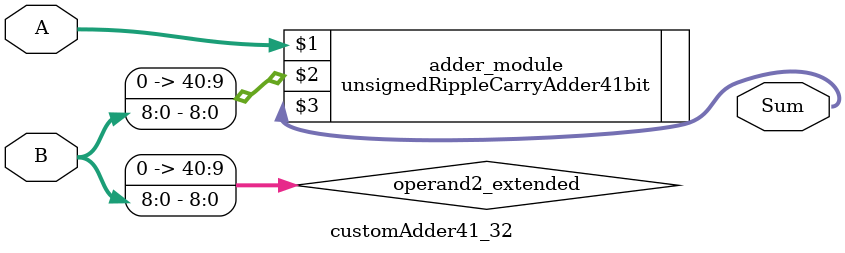
<source format=v>
module customAdder41_32(
                        input [40 : 0] A,
                        input [8 : 0] B,
                        
                        output [41 : 0] Sum
                );

        wire [40 : 0] operand2_extended;
        
        assign operand2_extended =  {32'b0, B};
        
        unsignedRippleCarryAdder41bit adder_module(
            A,
            operand2_extended,
            Sum
        );
        
        endmodule
        
</source>
